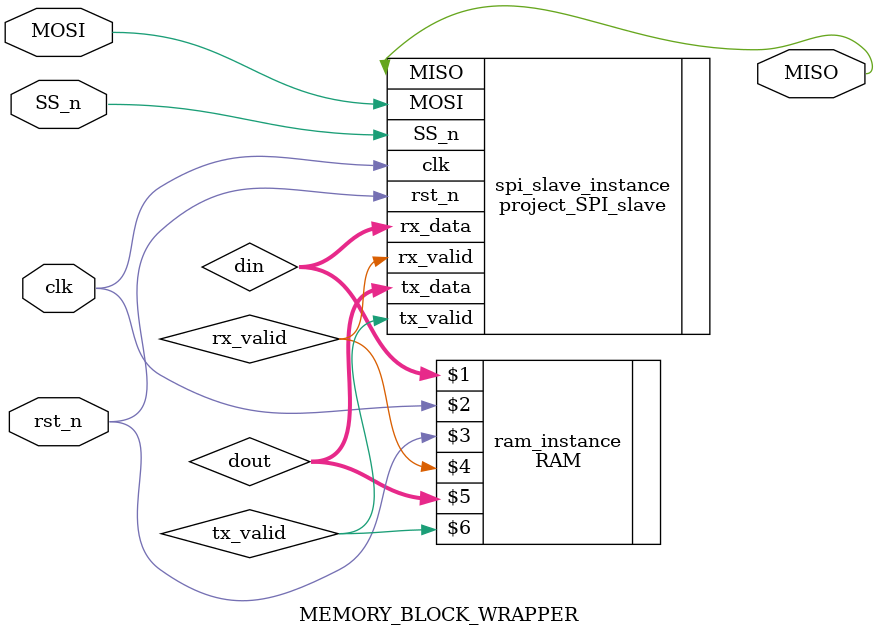
<source format=v>
module MEMORY_BLOCK_WRAPPER (
    MOSI,MISO,SS_n,clk,rst_n
);
input MOSI,SS_n,clk,rst_n;
output MISO;
wire clk,rst_n,rx_valid,tx_valid;
wire [9:0] din;
wire [7:0] dout;
RAM ram_instance (din,clk,rst_n,rx_valid,dout,tx_valid);
project_SPI_slave  spi_slave_instance (.MOSI(MOSI),.MISO(MISO),.SS_n(SS_n),.clk(clk),.rst_n(rst_n),.rx_valid(rx_valid),.rx_data(din),.tx_valid(tx_valid),.tx_data(dout));

    
endmodule
</source>
